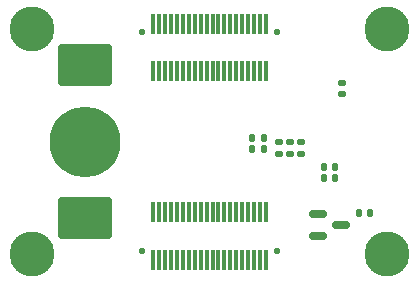
<source format=gbs>
%TF.GenerationSoftware,KiCad,Pcbnew,8.0.7*%
%TF.CreationDate,2025-08-30T11:06:05-07:00*%
%TF.ProjectId,Pivot_Core,5069766f-745f-4436-9f72-652e6b696361,rev?*%
%TF.SameCoordinates,Original*%
%TF.FileFunction,Soldermask,Bot*%
%TF.FilePolarity,Negative*%
%FSLAX46Y46*%
G04 Gerber Fmt 4.6, Leading zero omitted, Abs format (unit mm)*
G04 Created by KiCad (PCBNEW 8.0.7) date 2025-08-30 11:06:05*
%MOMM*%
%LPD*%
G01*
G04 APERTURE LIST*
G04 Aperture macros list*
%AMRoundRect*
0 Rectangle with rounded corners*
0 $1 Rounding radius*
0 $2 $3 $4 $5 $6 $7 $8 $9 X,Y pos of 4 corners*
0 Add a 4 corners polygon primitive as box body*
4,1,4,$2,$3,$4,$5,$6,$7,$8,$9,$2,$3,0*
0 Add four circle primitives for the rounded corners*
1,1,$1+$1,$2,$3*
1,1,$1+$1,$4,$5*
1,1,$1+$1,$6,$7*
1,1,$1+$1,$8,$9*
0 Add four rect primitives between the rounded corners*
20,1,$1+$1,$2,$3,$4,$5,0*
20,1,$1+$1,$4,$5,$6,$7,0*
20,1,$1+$1,$6,$7,$8,$9,0*
20,1,$1+$1,$8,$9,$2,$3,0*%
G04 Aperture macros list end*
%ADD10C,3.800000*%
%ADD11RoundRect,0.140000X-0.140000X-0.170000X0.140000X-0.170000X0.140000X0.170000X-0.140000X0.170000X0*%
%ADD12C,0.550000*%
%ADD13R,0.300000X1.800000*%
%ADD14RoundRect,0.140000X0.140000X0.170000X-0.140000X0.170000X-0.140000X-0.170000X0.140000X-0.170000X0*%
%ADD15RoundRect,0.140000X0.170000X-0.140000X0.170000X0.140000X-0.170000X0.140000X-0.170000X-0.140000X0*%
%ADD16RoundRect,0.175000X2.075000X-1.575000X2.075000X1.575000X-2.075000X1.575000X-2.075000X-1.575000X0*%
%ADD17C,6.000000*%
%ADD18RoundRect,0.140000X-0.170000X0.140000X-0.170000X-0.140000X0.170000X-0.140000X0.170000X0.140000X0*%
%ADD19RoundRect,0.150000X-0.587500X-0.150000X0.587500X-0.150000X0.587500X0.150000X-0.587500X0.150000X0*%
G04 APERTURE END LIST*
D10*
%TO.C,H1*%
X132500000Y-80500000D03*
%TD*%
%TO.C,H2*%
X132500000Y-99500000D03*
%TD*%
%TO.C,H4*%
X162500000Y-99500000D03*
%TD*%
%TO.C,H3*%
X162500000Y-80500000D03*
%TD*%
D11*
%TO.C,C23*%
X151110000Y-90620000D03*
X152070000Y-90620000D03*
%TD*%
D12*
%TO.C,J2*%
X153200000Y-99250000D03*
X141800000Y-99250000D03*
D13*
X152250000Y-96000000D03*
X151750000Y-96000000D03*
X151250000Y-96000000D03*
X150750000Y-96000000D03*
X150250000Y-96000000D03*
X149750000Y-96000000D03*
X149250000Y-96000000D03*
X148750000Y-96000000D03*
X148250000Y-96000000D03*
X147750000Y-96000000D03*
X147250000Y-96000000D03*
X146750000Y-96000000D03*
X146250000Y-96000000D03*
X145750000Y-96000000D03*
X145250000Y-96000000D03*
X144750000Y-96000000D03*
X144250000Y-96000000D03*
X143750000Y-96000000D03*
X143250000Y-96000000D03*
X142750000Y-96000000D03*
X152250000Y-100000000D03*
X151750000Y-100000000D03*
X151250000Y-100000000D03*
X150750000Y-100000000D03*
X150250000Y-100000000D03*
X149750000Y-100000000D03*
X149250000Y-100000000D03*
X148750000Y-100000000D03*
X148250000Y-100000000D03*
X147750000Y-100000000D03*
X147250000Y-100000000D03*
X146750000Y-100000000D03*
X146250000Y-100000000D03*
X145750000Y-100000000D03*
X145250000Y-100000000D03*
X144750000Y-100000000D03*
X144250000Y-100000000D03*
X143750000Y-100000000D03*
X143250000Y-100000000D03*
X142750000Y-100000000D03*
%TD*%
D14*
%TO.C,C25*%
X158110000Y-92130000D03*
X157150000Y-92130000D03*
%TD*%
D15*
%TO.C,C28*%
X155260000Y-91020000D03*
X155260000Y-90060000D03*
%TD*%
D14*
%TO.C,C22*%
X152070000Y-89670000D03*
X151110000Y-89670000D03*
%TD*%
D16*
%TO.C,BT1*%
X136980000Y-96450000D03*
X136980000Y-83550000D03*
D17*
X136980000Y-90000000D03*
%TD*%
D14*
%TO.C,C21*%
X161100000Y-96030000D03*
X160140000Y-96030000D03*
%TD*%
D12*
%TO.C,J1*%
X141800000Y-80750000D03*
X153200000Y-80750000D03*
D13*
X142750000Y-84000000D03*
X143250000Y-84000000D03*
X143750000Y-84000000D03*
X144250000Y-84000000D03*
X144750000Y-84000000D03*
X145250000Y-84000000D03*
X145750000Y-84000000D03*
X146250000Y-84000000D03*
X146750000Y-84000000D03*
X147250000Y-84000000D03*
X147750000Y-84000000D03*
X148250000Y-84000000D03*
X148750000Y-84000000D03*
X149250000Y-84000000D03*
X149750000Y-84000000D03*
X150250000Y-84000000D03*
X150750000Y-84000000D03*
X151250000Y-84000000D03*
X151750000Y-84000000D03*
X152250000Y-84000000D03*
X142750000Y-80000000D03*
X143250000Y-80000000D03*
X143750000Y-80000000D03*
X144250000Y-80000000D03*
X144750000Y-80000000D03*
X145250000Y-80000000D03*
X145750000Y-80000000D03*
X146250000Y-80000000D03*
X146750000Y-80000000D03*
X147250000Y-80000000D03*
X147750000Y-80000000D03*
X148250000Y-80000000D03*
X148750000Y-80000000D03*
X149250000Y-80000000D03*
X149750000Y-80000000D03*
X150250000Y-80000000D03*
X150750000Y-80000000D03*
X151250000Y-80000000D03*
X151750000Y-80000000D03*
X152250000Y-80000000D03*
%TD*%
D15*
%TO.C,C27*%
X154320000Y-91020000D03*
X154320000Y-90060000D03*
%TD*%
D14*
%TO.C,C20*%
X158110000Y-93080000D03*
X157150000Y-93080000D03*
%TD*%
D18*
%TO.C,C24*%
X158670000Y-85050000D03*
X158670000Y-86010000D03*
%TD*%
D15*
%TO.C,C26*%
X153390000Y-91020000D03*
X153390000Y-90060000D03*
%TD*%
D19*
%TO.C,D4*%
X156715000Y-98030000D03*
X156715000Y-96130000D03*
X158590000Y-97080000D03*
%TD*%
M02*

</source>
